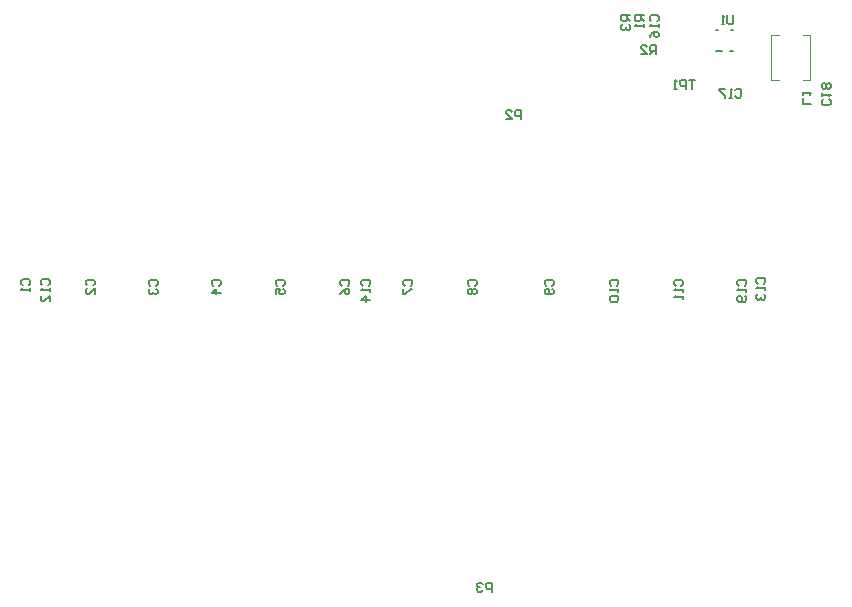
<source format=gbo>
%FSTAX23Y23*%
%MOIN*%
%SFA1B1*%

%IPPOS*%
%ADD10C,0.007870*%
%ADD12C,0.005910*%
%ADD62C,0.003940*%
%LNmod_duo_x_cb-1*%
%LPD*%
G54D10*
X02551Y02595D02*
X02559D01*
X02601D02*
X02609D01*
X02599Y02524D02*
X02607D01*
X0255D02*
X0257D01*
G54D12*
X0269Y0175D02*
X02685Y01755D01*
Y01765*
X0269Y0177*
X0271*
X02715Y01765*
Y01755*
X0271Y0175*
X02715Y0174D02*
Y0173D01*
Y01735*
X02685*
X0269Y0174*
Y01715D02*
X02685Y0171D01*
Y01701*
X0269Y01696*
X02695*
X027Y01701*
Y01706*
Y01701*
X02705Y01696*
X0271*
X02715Y01701*
Y0171*
X0271Y01715*
X02627Y01743D02*
X02622Y01748D01*
Y01758*
X02627Y01763*
X02647*
X02652Y01758*
Y01748*
X02647Y01743*
X02652Y01733D02*
Y01723D01*
Y01728*
X02622*
X02627Y01733*
X02647Y01709D02*
X02652Y01704D01*
Y01694*
X02647Y01689*
X02627*
X02622Y01694*
Y01704*
X02627Y01709*
X02632*
X02637Y01704*
Y01689*
X02417Y01743D02*
X02412Y01748D01*
Y01758*
X02417Y01763*
X02436*
X02441Y01758*
Y01748*
X02436Y01743*
X02441Y01733D02*
Y01723D01*
Y01728*
X02412*
X02417Y01733*
X02441Y01709D02*
Y01699D01*
Y01704*
X02412*
X02417Y01709*
X02202Y01743D02*
X02197Y01748D01*
Y01758*
X02202Y01763*
X02221*
X02226Y01758*
Y01748*
X02221Y01743*
X02226Y01733D02*
Y01723D01*
Y01728*
X02197*
X02202Y01733*
Y01709D02*
X02197Y01704D01*
Y01694*
X02202Y01689*
X02221*
X02226Y01694*
Y01704*
X02221Y01709*
X02202*
X01986Y01743D02*
X01981Y01748D01*
Y01758*
X01986Y01763*
X02006*
X02011Y01758*
Y01748*
X02006Y01743*
Y01733D02*
X02011Y01728D01*
Y01719*
X02006Y01714*
X01986*
X01981Y01719*
Y01728*
X01986Y01733*
X01991*
X01996Y01728*
Y01714*
X01729Y01743D02*
X01724Y01748D01*
Y01758*
X01729Y01763*
X01749*
X01754Y01758*
Y01748*
X01749Y01743*
X01729Y01733D02*
X01724Y01728D01*
Y01719*
X01729Y01714*
X01734*
X01739Y01719*
X01744Y01714*
X01749*
X01754Y01719*
Y01728*
X01749Y01733*
X01744*
X01739Y01728*
X01734Y01733*
X01729*
X01739Y01728D02*
Y01719D01*
X01514Y01743D02*
X01509Y01748D01*
Y01758*
X01514Y01763*
X01533*
X01538Y01758*
Y01748*
X01533Y01743*
X01509Y01733D02*
Y01714D01*
X01514*
X01533Y01733*
X01538*
X01304Y01743D02*
X01299Y01748D01*
Y01758*
X01304Y01763*
X01323*
X01328Y01758*
Y01748*
X01323Y01743*
X01299Y01714D02*
X01304Y01723D01*
X01313Y01733*
X01323*
X01328Y01728*
Y01719*
X01323Y01714*
X01318*
X01313Y01719*
Y01733*
X01374Y01743D02*
X01369Y01748D01*
Y01758*
X01374Y01763*
X01393*
X01398Y01758*
Y01748*
X01393Y01743*
X01398Y01733D02*
Y01723D01*
Y01728*
X01369*
X01374Y01733*
X01398Y01694D02*
X01369D01*
X01383Y01709*
Y01689*
X01088Y01743D02*
X01083Y01748D01*
Y01758*
X01088Y01763*
X01108*
X01113Y01758*
Y01748*
X01108Y01743*
X01083Y01714D02*
Y01733D01*
X01098*
X01093Y01723*
Y01719*
X01098Y01714*
X01108*
X01113Y01719*
Y01728*
X01108Y01733*
X00876Y01743D02*
X00871Y01748D01*
Y01758*
X00876Y01763*
X00896*
X009Y01758*
Y01748*
X00896Y01743*
X009Y01719D02*
X00871D01*
X00886Y01733*
Y01714*
X00666Y01743D02*
X00661Y01748D01*
Y01758*
X00666Y01763*
X00685*
X0069Y01758*
Y01748*
X00685Y01743*
X00666Y01733D02*
X00661Y01728D01*
Y01719*
X00666Y01714*
X00671*
X00676Y01719*
Y01723*
Y01719*
X0068Y01714*
X00685*
X0069Y01719*
Y01728*
X00685Y01733*
X00455Y01744D02*
X00451Y01749D01*
Y01759*
X00455Y01763*
X00475*
X0048Y01759*
Y01749*
X00475Y01744*
X0048Y01714D02*
Y01734D01*
X0046Y01714*
X00455*
X00451Y01719*
Y01729*
X00455Y01734*
X02609Y02644D02*
Y02619D01*
X02604Y02615*
X02594*
X02589Y02619*
Y02644*
X02579Y02615D02*
X0257D01*
X02575*
Y02644*
X02579Y02639*
X0248Y02429D02*
X0246D01*
X0247*
Y024*
X0245D02*
Y02429D01*
X02435*
X0243Y02424*
Y02414*
X02435Y02409*
X0245*
X0242Y024D02*
X02411D01*
X02416*
Y02429*
X0242Y02424*
X02265Y02645D02*
X02235D01*
Y0263*
X0224Y02625*
X0225*
X02255Y0263*
Y02645*
Y02635D02*
X02265Y02625D01*
X0224Y02615D02*
X02235Y0261D01*
Y026*
X0224Y02595*
X02245*
X0225Y026*
Y02605*
Y026*
X02255Y02595*
X0226*
X02265Y026*
Y0261*
X0226Y02615*
X0235Y02515D02*
Y02544D01*
X02335*
X0233Y02539*
Y02529*
X02335Y02524*
X0235*
X0234D02*
X0233Y02515D01*
X023D02*
X0232D01*
X023Y02534*
Y02539*
X02305Y02544*
X02315*
X0232Y02539*
X0231Y02645D02*
X0228D01*
Y0263*
X02285Y02625*
X02295*
X023Y0263*
Y02645*
Y02635D02*
X0231Y02625D01*
Y02615D02*
Y02605D01*
Y0261*
X0228*
X02285Y02615*
X02869Y0235D02*
X0284D01*
Y02369*
Y02379D02*
Y02389D01*
Y02384*
X02869*
X02864Y02379*
X02929Y02364D02*
X02934Y02359D01*
Y02349*
X02929Y02345*
X02909*
X02905Y02349*
Y02359*
X02909Y02364*
X02905Y02374D02*
Y02384D01*
Y02379*
X02934*
X02929Y02374*
Y02399D02*
X02934Y02404D01*
Y02413*
X02929Y02418*
X02924*
X02919Y02413*
X02914Y02418*
X02909*
X02905Y02413*
Y02404*
X02909Y02399*
X02914*
X02919Y02404*
X02924Y02399*
X02929*
X02919Y02404D02*
Y02413D01*
X02615Y02394D02*
X0262Y02399D01*
X0263*
X02635Y02394*
Y02374*
X0263Y0237*
X0262*
X02615Y02374*
X02605Y0237D02*
X02595D01*
X026*
Y02399*
X02605Y02394*
X0258Y02399D02*
X02561D01*
Y02394*
X0258Y02374*
Y0237*
X02335Y02625D02*
X0233Y0263D01*
Y0264*
X02335Y02645*
X02355*
X0236Y0264*
Y0263*
X02355Y02625*
X0236Y02615D02*
Y02605D01*
Y0261*
X0233*
X02335Y02615*
X0233Y02571D02*
X02335Y02581D01*
X02345Y0259*
X02355*
X0236Y02585*
Y02576*
X02355Y02571*
X0235*
X02345Y02576*
Y0259*
X01803Y00723D02*
Y00752D01*
X01788*
X01783Y00747*
Y00737*
X01788Y00732*
X01803*
X01773Y00747D02*
X01768Y00752D01*
X01758*
X01753Y00747*
Y00742*
X01758Y00737*
X01763*
X01758*
X01753Y00732*
Y00727*
X01758Y00723*
X01768*
X01773Y00727*
X01901Y02298D02*
Y02327D01*
X01886*
X01881Y02322*
Y02312*
X01886Y02307*
X01901*
X01851Y02298D02*
X01871D01*
X01851Y02317*
Y02322*
X01856Y02327*
X01866*
X01871Y02322*
X00305Y01745D02*
X003Y0175D01*
Y0176*
X00305Y01765*
X00325*
X0033Y0176*
Y0175*
X00325Y01745*
X0033Y01735D02*
Y01725D01*
Y0173*
X003*
X00305Y01735*
X0033Y01691D02*
Y0171D01*
X0031Y01691*
X00305*
X003Y01696*
Y01705*
X00305Y0171*
X0024Y01745D02*
X00235Y0175D01*
Y0176*
X0024Y01765*
X0026*
X00265Y0176*
Y0175*
X0026Y01745*
X00265Y01735D02*
Y01725D01*
Y0173*
X00235*
X0024Y01735*
G54D62*
X0284Y0243D02*
X02865D01*
Y0258*
X0284D02*
X02865D01*
X02735Y0243D02*
X0276D01*
X02735D02*
Y0258D01*
X0276*
M02*
</source>
